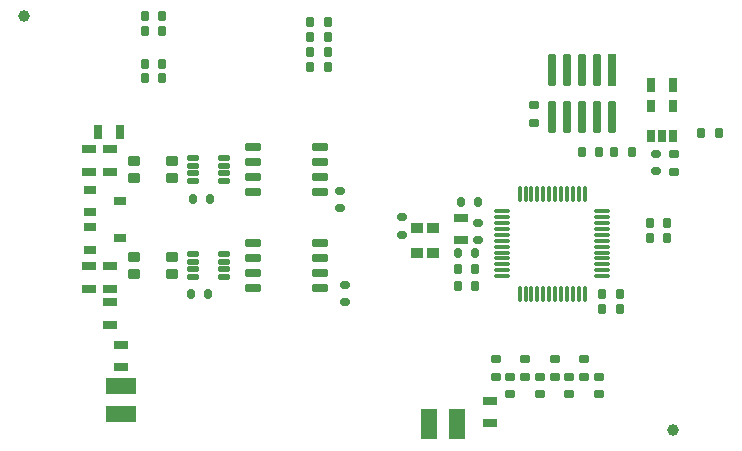
<source format=gtp>
G04*
G04 #@! TF.GenerationSoftware,Altium Limited,Altium Designer,23.2.1 (34)*
G04*
G04 Layer_Color=8421504*
%FSLAX25Y25*%
%MOIN*%
G70*
G04*
G04 #@! TF.SameCoordinates,F4FF07CF-D98B-406E-856D-297B6A820A95*
G04*
G04*
G04 #@! TF.FilePolarity,Positive*
G04*
G01*
G75*
G04:AMPARAMS|DCode=10|XSize=49.21mil|YSize=27.56mil|CornerRadius=2.76mil|HoleSize=0mil|Usage=FLASHONLY|Rotation=0.000|XOffset=0mil|YOffset=0mil|HoleType=Round|Shape=RoundedRectangle|*
%AMROUNDEDRECTD10*
21,1,0.04921,0.02205,0,0,0.0*
21,1,0.04370,0.02756,0,0,0.0*
1,1,0.00551,0.02185,-0.01102*
1,1,0.00551,-0.02185,-0.01102*
1,1,0.00551,-0.02185,0.01102*
1,1,0.00551,0.02185,0.01102*
%
%ADD10ROUNDEDRECTD10*%
%ADD11R,0.02756X0.10630*%
G04:AMPARAMS|DCode=12|XSize=27.56mil|YSize=106.3mil|CornerRadius=4.13mil|HoleSize=0mil|Usage=FLASHONLY|Rotation=180.000|XOffset=0mil|YOffset=0mil|HoleType=Round|Shape=RoundedRectangle|*
%AMROUNDEDRECTD12*
21,1,0.02756,0.09803,0,0,180.0*
21,1,0.01929,0.10630,0,0,180.0*
1,1,0.00827,-0.00965,0.04902*
1,1,0.00827,0.00965,0.04902*
1,1,0.00827,0.00965,-0.04902*
1,1,0.00827,-0.00965,-0.04902*
%
%ADD12ROUNDEDRECTD12*%
G04:AMPARAMS|DCode=13|XSize=33.47mil|YSize=23.62mil|CornerRadius=2.36mil|HoleSize=0mil|Usage=FLASHONLY|Rotation=90.000|XOffset=0mil|YOffset=0mil|HoleType=Round|Shape=RoundedRectangle|*
%AMROUNDEDRECTD13*
21,1,0.03347,0.01890,0,0,90.0*
21,1,0.02874,0.02362,0,0,90.0*
1,1,0.00472,0.00945,0.01437*
1,1,0.00472,0.00945,-0.01437*
1,1,0.00472,-0.00945,-0.01437*
1,1,0.00472,-0.00945,0.01437*
%
%ADD13ROUNDEDRECTD13*%
G04:AMPARAMS|DCode=14|XSize=33.47mil|YSize=23.62mil|CornerRadius=2.36mil|HoleSize=0mil|Usage=FLASHONLY|Rotation=180.000|XOffset=0mil|YOffset=0mil|HoleType=Round|Shape=RoundedRectangle|*
%AMROUNDEDRECTD14*
21,1,0.03347,0.01890,0,0,180.0*
21,1,0.02874,0.02362,0,0,180.0*
1,1,0.00472,-0.01437,0.00945*
1,1,0.00472,0.01437,0.00945*
1,1,0.00472,0.01437,-0.00945*
1,1,0.00472,-0.01437,-0.00945*
%
%ADD14ROUNDEDRECTD14*%
G04:AMPARAMS|DCode=15|XSize=39.37mil|YSize=35.43mil|CornerRadius=3.54mil|HoleSize=0mil|Usage=FLASHONLY|Rotation=0.000|XOffset=0mil|YOffset=0mil|HoleType=Round|Shape=RoundedRectangle|*
%AMROUNDEDRECTD15*
21,1,0.03937,0.02835,0,0,0.0*
21,1,0.03228,0.03543,0,0,0.0*
1,1,0.00709,0.01614,-0.01417*
1,1,0.00709,-0.01614,-0.01417*
1,1,0.00709,-0.01614,0.01417*
1,1,0.00709,0.01614,0.01417*
%
%ADD15ROUNDEDRECTD15*%
G04:AMPARAMS|DCode=16|XSize=11.81mil|YSize=51.18mil|CornerRadius=1.77mil|HoleSize=0mil|Usage=FLASHONLY|Rotation=0.000|XOffset=0mil|YOffset=0mil|HoleType=Round|Shape=RoundedRectangle|*
%AMROUNDEDRECTD16*
21,1,0.01181,0.04764,0,0,0.0*
21,1,0.00827,0.05118,0,0,0.0*
1,1,0.00354,0.00413,-0.02382*
1,1,0.00354,-0.00413,-0.02382*
1,1,0.00354,-0.00413,0.02382*
1,1,0.00354,0.00413,0.02382*
%
%ADD16ROUNDEDRECTD16*%
G04:AMPARAMS|DCode=17|XSize=11.81mil|YSize=51.18mil|CornerRadius=1.77mil|HoleSize=0mil|Usage=FLASHONLY|Rotation=90.000|XOffset=0mil|YOffset=0mil|HoleType=Round|Shape=RoundedRectangle|*
%AMROUNDEDRECTD17*
21,1,0.01181,0.04764,0,0,90.0*
21,1,0.00827,0.05118,0,0,90.0*
1,1,0.00354,0.02382,0.00413*
1,1,0.00354,0.02382,-0.00413*
1,1,0.00354,-0.02382,-0.00413*
1,1,0.00354,-0.02382,0.00413*
%
%ADD17ROUNDEDRECTD17*%
G04:AMPARAMS|DCode=18|XSize=31.5mil|YSize=25.59mil|CornerRadius=6.4mil|HoleSize=0mil|Usage=FLASHONLY|Rotation=270.000|XOffset=0mil|YOffset=0mil|HoleType=Round|Shape=RoundedRectangle|*
%AMROUNDEDRECTD18*
21,1,0.03150,0.01280,0,0,270.0*
21,1,0.01870,0.02559,0,0,270.0*
1,1,0.01280,-0.00640,-0.00935*
1,1,0.01280,-0.00640,0.00935*
1,1,0.01280,0.00640,0.00935*
1,1,0.01280,0.00640,-0.00935*
%
%ADD18ROUNDEDRECTD18*%
G04:AMPARAMS|DCode=19|XSize=31.5mil|YSize=25.59mil|CornerRadius=6.4mil|HoleSize=0mil|Usage=FLASHONLY|Rotation=180.000|XOffset=0mil|YOffset=0mil|HoleType=Round|Shape=RoundedRectangle|*
%AMROUNDEDRECTD19*
21,1,0.03150,0.01280,0,0,180.0*
21,1,0.01870,0.02559,0,0,180.0*
1,1,0.01280,-0.00935,0.00640*
1,1,0.01280,0.00935,0.00640*
1,1,0.01280,0.00935,-0.00640*
1,1,0.01280,-0.00935,-0.00640*
%
%ADD19ROUNDEDRECTD19*%
G04:AMPARAMS|DCode=20|XSize=49.21mil|YSize=27.56mil|CornerRadius=2.76mil|HoleSize=0mil|Usage=FLASHONLY|Rotation=270.000|XOffset=0mil|YOffset=0mil|HoleType=Round|Shape=RoundedRectangle|*
%AMROUNDEDRECTD20*
21,1,0.04921,0.02205,0,0,270.0*
21,1,0.04370,0.02756,0,0,270.0*
1,1,0.00551,-0.01102,-0.02185*
1,1,0.00551,-0.01102,0.02185*
1,1,0.00551,0.01102,0.02185*
1,1,0.00551,0.01102,-0.02185*
%
%ADD20ROUNDEDRECTD20*%
G04:AMPARAMS|DCode=21|XSize=23.62mil|YSize=43.31mil|CornerRadius=2.36mil|HoleSize=0mil|Usage=FLASHONLY|Rotation=180.000|XOffset=0mil|YOffset=0mil|HoleType=Round|Shape=RoundedRectangle|*
%AMROUNDEDRECTD21*
21,1,0.02362,0.03858,0,0,180.0*
21,1,0.01890,0.04331,0,0,180.0*
1,1,0.00472,-0.00945,0.01929*
1,1,0.00472,0.00945,0.01929*
1,1,0.00472,0.00945,-0.01929*
1,1,0.00472,-0.00945,-0.01929*
%
%ADD21ROUNDEDRECTD21*%
G04:AMPARAMS|DCode=22|XSize=55.12mil|YSize=102.36mil|CornerRadius=8.27mil|HoleSize=0mil|Usage=FLASHONLY|Rotation=180.000|XOffset=0mil|YOffset=0mil|HoleType=Round|Shape=RoundedRectangle|*
%AMROUNDEDRECTD22*
21,1,0.05512,0.08583,0,0,180.0*
21,1,0.03858,0.10236,0,0,180.0*
1,1,0.01654,-0.01929,0.04291*
1,1,0.01654,0.01929,0.04291*
1,1,0.01654,0.01929,-0.04291*
1,1,0.01654,-0.01929,-0.04291*
%
%ADD22ROUNDEDRECTD22*%
%ADD23C,0.03937*%
%ADD24R,0.00787X0.00787*%
G04:AMPARAMS|DCode=25|XSize=43.31mil|YSize=31.5mil|CornerRadius=4.72mil|HoleSize=0mil|Usage=FLASHONLY|Rotation=0.000|XOffset=0mil|YOffset=0mil|HoleType=Round|Shape=RoundedRectangle|*
%AMROUNDEDRECTD25*
21,1,0.04331,0.02205,0,0,0.0*
21,1,0.03386,0.03150,0,0,0.0*
1,1,0.00945,0.01693,-0.01102*
1,1,0.00945,-0.01693,-0.01102*
1,1,0.00945,-0.01693,0.01102*
1,1,0.00945,0.01693,0.01102*
%
%ADD25ROUNDEDRECTD25*%
G04:AMPARAMS|DCode=26|XSize=17.32mil|YSize=39.37mil|CornerRadius=2.6mil|HoleSize=0mil|Usage=FLASHONLY|Rotation=270.000|XOffset=0mil|YOffset=0mil|HoleType=Round|Shape=RoundedRectangle|*
%AMROUNDEDRECTD26*
21,1,0.01732,0.03417,0,0,270.0*
21,1,0.01213,0.03937,0,0,270.0*
1,1,0.00520,-0.01709,-0.00606*
1,1,0.00520,-0.01709,0.00606*
1,1,0.00520,0.01709,0.00606*
1,1,0.00520,0.01709,-0.00606*
%
%ADD26ROUNDEDRECTD26*%
G04:AMPARAMS|DCode=27|XSize=23.62mil|YSize=51.18mil|CornerRadius=2.36mil|HoleSize=0mil|Usage=FLASHONLY|Rotation=270.000|XOffset=0mil|YOffset=0mil|HoleType=Round|Shape=RoundedRectangle|*
%AMROUNDEDRECTD27*
21,1,0.02362,0.04646,0,0,270.0*
21,1,0.01890,0.05118,0,0,270.0*
1,1,0.00472,-0.02323,-0.00945*
1,1,0.00472,-0.02323,0.00945*
1,1,0.00472,0.02323,0.00945*
1,1,0.00472,0.02323,-0.00945*
%
%ADD27ROUNDEDRECTD27*%
G04:AMPARAMS|DCode=28|XSize=23.62mil|YSize=43.31mil|CornerRadius=2.36mil|HoleSize=0mil|Usage=FLASHONLY|Rotation=90.000|XOffset=0mil|YOffset=0mil|HoleType=Round|Shape=RoundedRectangle|*
%AMROUNDEDRECTD28*
21,1,0.02362,0.03858,0,0,90.0*
21,1,0.01890,0.04331,0,0,90.0*
1,1,0.00472,0.01929,0.00945*
1,1,0.00472,0.01929,-0.00945*
1,1,0.00472,-0.01929,-0.00945*
1,1,0.00472,-0.01929,0.00945*
%
%ADD28ROUNDEDRECTD28*%
G04:AMPARAMS|DCode=29|XSize=55.12mil|YSize=102.36mil|CornerRadius=8.27mil|HoleSize=0mil|Usage=FLASHONLY|Rotation=90.000|XOffset=0mil|YOffset=0mil|HoleType=Round|Shape=RoundedRectangle|*
%AMROUNDEDRECTD29*
21,1,0.05512,0.08583,0,0,90.0*
21,1,0.03858,0.10236,0,0,90.0*
1,1,0.01654,0.04291,0.01929*
1,1,0.01654,0.04291,-0.01929*
1,1,0.01654,-0.04291,-0.01929*
1,1,0.01654,-0.04291,0.01929*
%
%ADD29ROUNDEDRECTD29*%
D10*
X171260Y17520D02*
D03*
Y10039D02*
D03*
X161417Y78543D02*
D03*
Y71063D02*
D03*
X48228Y28740D02*
D03*
Y36220D02*
D03*
X44419Y50413D02*
D03*
Y42933D02*
D03*
Y93933D02*
D03*
Y101413D02*
D03*
X37419D02*
D03*
Y93933D02*
D03*
X44419Y62413D02*
D03*
Y54933D02*
D03*
X37419D02*
D03*
Y62413D02*
D03*
D11*
X211732Y127953D02*
D03*
D12*
Y112205D02*
D03*
X206732Y127953D02*
D03*
Y112205D02*
D03*
X201732Y127953D02*
D03*
X196732D02*
D03*
X191732D02*
D03*
X201732Y112205D02*
D03*
X196732D02*
D03*
X191732D02*
D03*
D13*
X207677Y100394D02*
D03*
X201772D02*
D03*
X218504D02*
D03*
X212598D02*
D03*
X241559Y106811D02*
D03*
X247465D02*
D03*
X230315Y71850D02*
D03*
X224409D02*
D03*
X230315Y76772D02*
D03*
X224409D02*
D03*
X111221Y143701D02*
D03*
X117126D02*
D03*
Y138779D02*
D03*
X111221D02*
D03*
Y133858D02*
D03*
X117126D02*
D03*
Y128937D02*
D03*
X111221D02*
D03*
X208661Y48228D02*
D03*
X214567D02*
D03*
X160433Y55709D02*
D03*
X166339D02*
D03*
Y61614D02*
D03*
X160433D02*
D03*
X62008Y125197D02*
D03*
X56102D02*
D03*
X62008Y129921D02*
D03*
X56102D02*
D03*
X62008Y140945D02*
D03*
X56102D02*
D03*
X62008Y145669D02*
D03*
X56102D02*
D03*
X208661Y53150D02*
D03*
X214567D02*
D03*
D14*
X186024Y116142D02*
D03*
Y110236D02*
D03*
X187835Y19685D02*
D03*
Y25591D02*
D03*
X192756Y31496D02*
D03*
Y25591D02*
D03*
X197677Y25591D02*
D03*
Y19685D02*
D03*
X202598Y31496D02*
D03*
Y25591D02*
D03*
X207520Y19685D02*
D03*
Y25591D02*
D03*
X182913Y31496D02*
D03*
Y25591D02*
D03*
X173071Y31496D02*
D03*
Y25591D02*
D03*
X177992Y25591D02*
D03*
Y19685D02*
D03*
X232512Y93858D02*
D03*
Y99764D02*
D03*
D15*
X152362Y75000D02*
D03*
X146850D02*
D03*
Y66732D02*
D03*
X152362D02*
D03*
D16*
X181102Y86614D02*
D03*
X183071D02*
D03*
X185039D02*
D03*
X187008D02*
D03*
X188976D02*
D03*
X190945D02*
D03*
X192913D02*
D03*
X194882D02*
D03*
X196850D02*
D03*
X198819D02*
D03*
X200787D02*
D03*
X202756D02*
D03*
Y53150D02*
D03*
X200787D02*
D03*
X198819D02*
D03*
X196850D02*
D03*
X194882D02*
D03*
X192913D02*
D03*
X190945D02*
D03*
X188976D02*
D03*
X187008D02*
D03*
X185039D02*
D03*
X183071D02*
D03*
X181102D02*
D03*
D17*
X208661Y80709D02*
D03*
Y78740D02*
D03*
Y76772D02*
D03*
Y74803D02*
D03*
Y72835D02*
D03*
Y70866D02*
D03*
Y68898D02*
D03*
Y66929D02*
D03*
Y64961D02*
D03*
Y62992D02*
D03*
Y61024D02*
D03*
Y59055D02*
D03*
X175197D02*
D03*
Y61024D02*
D03*
Y62992D02*
D03*
Y64961D02*
D03*
Y66929D02*
D03*
Y68898D02*
D03*
Y70866D02*
D03*
Y72835D02*
D03*
Y74803D02*
D03*
Y76772D02*
D03*
Y78740D02*
D03*
Y80709D02*
D03*
D18*
X160531Y66929D02*
D03*
X166240D02*
D03*
X167224Y83661D02*
D03*
X161516D02*
D03*
X72065Y84673D02*
D03*
X77774D02*
D03*
X71565Y53173D02*
D03*
X77274D02*
D03*
D19*
X226512Y99665D02*
D03*
Y93957D02*
D03*
X141732Y72933D02*
D03*
Y78642D02*
D03*
X167323Y70965D02*
D03*
Y76673D02*
D03*
X121063Y87500D02*
D03*
Y81791D02*
D03*
X123031Y56004D02*
D03*
Y50295D02*
D03*
D20*
X224772Y122811D02*
D03*
X232252D02*
D03*
X48031Y107283D02*
D03*
X40551D02*
D03*
D21*
X224772Y115929D02*
D03*
X232252D02*
D03*
Y105693D02*
D03*
X228512D02*
D03*
X224772D02*
D03*
D22*
X150787Y9843D02*
D03*
X160236D02*
D03*
D23*
X232283Y7874D02*
D03*
X15748Y145669D02*
D03*
D24*
X232283Y7874D02*
D03*
X15748Y145669D02*
D03*
D25*
X52620Y65429D02*
D03*
X65219D02*
D03*
Y59917D02*
D03*
X52620D02*
D03*
Y97429D02*
D03*
X65219D02*
D03*
Y91917D02*
D03*
X52620D02*
D03*
D26*
X82537Y90835D02*
D03*
Y93394D02*
D03*
Y95953D02*
D03*
X72301D02*
D03*
Y93394D02*
D03*
Y90835D02*
D03*
X82537Y98512D02*
D03*
X72301D02*
D03*
Y66512D02*
D03*
X82537D02*
D03*
X72301Y58835D02*
D03*
Y61394D02*
D03*
Y63953D02*
D03*
X82537D02*
D03*
Y61394D02*
D03*
Y58835D02*
D03*
D27*
X114396Y87173D02*
D03*
Y92173D02*
D03*
Y97173D02*
D03*
Y102173D02*
D03*
X92348Y87173D02*
D03*
Y92173D02*
D03*
Y97173D02*
D03*
Y102173D02*
D03*
X114396Y55173D02*
D03*
Y60173D02*
D03*
Y65173D02*
D03*
Y70173D02*
D03*
X92348Y55173D02*
D03*
Y60173D02*
D03*
Y65173D02*
D03*
Y70173D02*
D03*
D28*
X37801Y87913D02*
D03*
Y80433D02*
D03*
X48037Y84173D02*
D03*
X37801Y75413D02*
D03*
Y67933D02*
D03*
X48037Y71673D02*
D03*
D29*
X48228Y12992D02*
D03*
Y22441D02*
D03*
M02*

</source>
